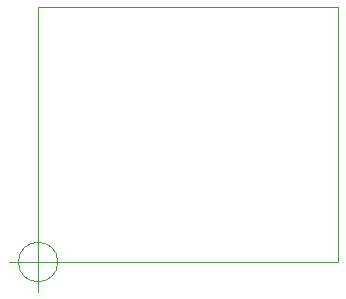
<source format=gm1>
G04 #@! TF.GenerationSoftware,KiCad,Pcbnew,(5.1.8)-1*
G04 #@! TF.CreationDate,2022-10-25T22:50:26+09:00*
G04 #@! TF.ProjectId,DIN8,44494e38-2e6b-4696-9361-645f70636258,rev?*
G04 #@! TF.SameCoordinates,PX48ab840PY9765530*
G04 #@! TF.FileFunction,Profile,NP*
%FSLAX46Y46*%
G04 Gerber Fmt 4.6, Leading zero omitted, Abs format (unit mm)*
G04 Created by KiCad (PCBNEW (5.1.8)-1) date 2022-10-25 22:50:26*
%MOMM*%
%LPD*%
G01*
G04 APERTURE LIST*
G04 #@! TA.AperFunction,Profile*
%ADD10C,0.050000*%
G04 #@! TD*
G04 APERTURE END LIST*
D10*
X0Y21590000D02*
X0Y0D01*
X25400000Y21590000D02*
X0Y21590000D01*
X25400000Y0D02*
X25400000Y21590000D01*
X0Y0D02*
X25400000Y0D01*
X1666666Y0D02*
G75*
G03*
X1666666Y0I-1666666J0D01*
G01*
X-2500000Y0D02*
X2500000Y0D01*
X0Y2500000D02*
X0Y-2500000D01*
M02*

</source>
